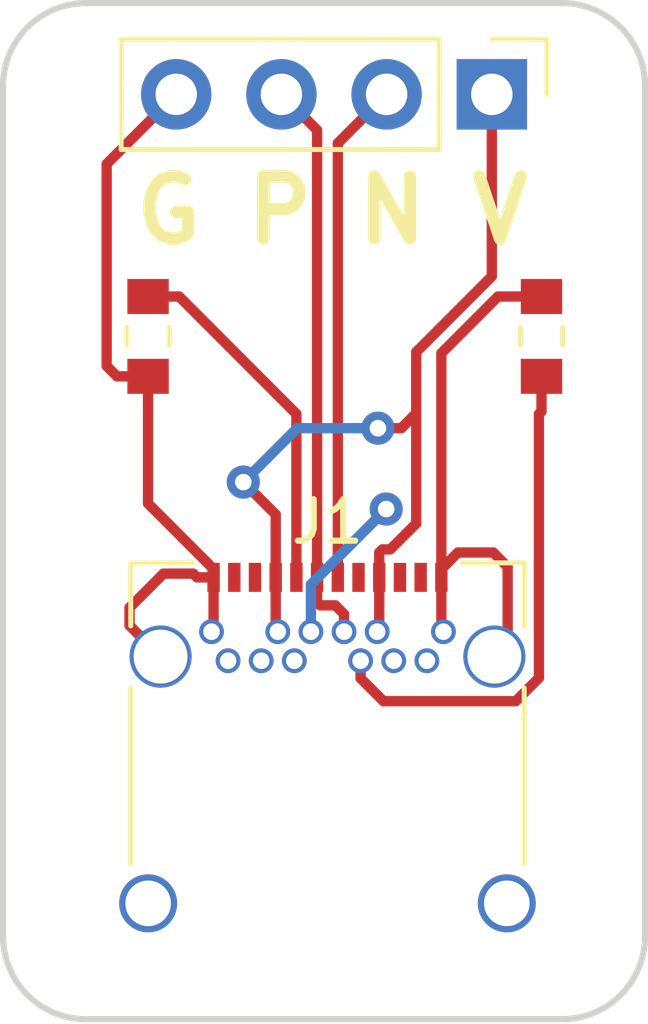
<source format=kicad_pcb>
(kicad_pcb (version 20171130) (host pcbnew 5.0-dev-unknown-3a73e77~62~ubuntu17.10.1)

  (general
    (thickness 1.6)
    (drawings 12)
    (tracks 75)
    (zones 0)
    (modules 4)
    (nets 17)
  )

  (page A4)
  (layers
    (0 F.Cu signal)
    (31 B.Cu signal)
    (32 B.Adhes user)
    (33 F.Adhes user)
    (34 B.Paste user)
    (35 F.Paste user)
    (36 B.SilkS user)
    (37 F.SilkS user)
    (38 B.Mask user)
    (39 F.Mask user)
    (40 Dwgs.User user)
    (41 Cmts.User user)
    (42 Eco1.User user)
    (43 Eco2.User user)
    (44 Edge.Cuts user)
    (45 Margin user)
    (46 B.CrtYd user)
    (47 F.CrtYd user)
    (48 B.Fab user)
    (49 F.Fab user)
  )

  (setup
    (last_trace_width 0.25)
    (trace_clearance 0.2)
    (zone_clearance 0.508)
    (zone_45_only no)
    (trace_min 0.2)
    (segment_width 0.2)
    (edge_width 0.15)
    (via_size 0.8)
    (via_drill 0.4)
    (via_min_size 0.4)
    (via_min_drill 0.3)
    (uvia_size 0.3)
    (uvia_drill 0.1)
    (uvias_allowed no)
    (uvia_min_size 0.2)
    (uvia_min_drill 0.1)
    (pcb_text_width 0.3)
    (pcb_text_size 1.5 1.5)
    (mod_edge_width 0.15)
    (mod_text_size 1 1)
    (mod_text_width 0.15)
    (pad_size 1.524 1.524)
    (pad_drill 0.762)
    (pad_to_mask_clearance 0.2)
    (aux_axis_origin 0 0)
    (visible_elements FFFFFF7F)
    (pcbplotparams
      (layerselection 0x010fc_ffffffff)
      (usegerberextensions true)
      (usegerberattributes false)
      (usegerberadvancedattributes false)
      (creategerberjobfile false)
      (excludeedgelayer true)
      (linewidth 0.100000)
      (plotframeref false)
      (viasonmask false)
      (mode 1)
      (useauxorigin false)
      (hpglpennumber 1)
      (hpglpenspeed 20)
      (hpglpendiameter 15)
      (psnegative false)
      (psa4output false)
      (plotreference true)
      (plotvalue true)
      (plotinvisibletext false)
      (padsonsilk false)
      (subtractmaskfromsilk false)
      (outputformat 1)
      (mirror false)
      (drillshape 0)
      (scaleselection 1)
      (outputdirectory gerber/))
  )

  (net 0 "")
  (net 1 GND)
  (net 2 "Net-(J1-PadA2)")
  (net 3 "Net-(J1-PadA3)")
  (net 4 VCC)
  (net 5 "Net-(J1-PadA5)")
  (net 6 "Net-(J1-PadA6)")
  (net 7 "Net-(J1-PadA7)")
  (net 8 "Net-(J1-PadA10)")
  (net 9 "Net-(J1-PadA8)")
  (net 10 "Net-(J1-PadA11)")
  (net 11 "Net-(J1-PadB2)")
  (net 12 "Net-(J1-PadB3)")
  (net 13 "Net-(J1-PadB5)")
  (net 14 "Net-(J1-PadB8)")
  (net 15 "Net-(J1-PadB10)")
  (net 16 "Net-(J1-PadB11)")

  (net_class Default "This is the default net class."
    (clearance 0.2)
    (trace_width 0.25)
    (via_dia 0.8)
    (via_drill 0.4)
    (uvia_dia 0.3)
    (uvia_drill 0.1)
    (add_net GND)
    (add_net "Net-(J1-PadA10)")
    (add_net "Net-(J1-PadA11)")
    (add_net "Net-(J1-PadA2)")
    (add_net "Net-(J1-PadA3)")
    (add_net "Net-(J1-PadA5)")
    (add_net "Net-(J1-PadA6)")
    (add_net "Net-(J1-PadA7)")
    (add_net "Net-(J1-PadA8)")
    (add_net "Net-(J1-PadB10)")
    (add_net "Net-(J1-PadB11)")
    (add_net "Net-(J1-PadB2)")
    (add_net "Net-(J1-PadB3)")
    (add_net "Net-(J1-PadB5)")
    (add_net "Net-(J1-PadB8)")
    (add_net VCC)
  )

  (module lib_fp:USB_C_Receptacle_CUI_UJ31-CH-31-SMT-TR_CircularHoles (layer F.Cu) (tedit 5A964850) (tstamp 5AA221F7)
    (at 139.332143 95.3675)
    (descr "USB TYPE C, Hybrid, https://octopart.com/uj31-ch-31-smt-tr-cui-88201804")
    (tags "USB C Type-C Receptacle Hybrid Female")
    (path /5A964269)
    (attr smd)
    (fp_text reference J1 (at 0 -6.36) (layer F.SilkS)
      (effects (font (size 1 1) (thickness 0.15)))
    )
    (fp_text value USB_C_Receptacle (at -6.332143 -1.8675 90) (layer F.Fab) hide
      (effects (font (size 1 1) (thickness 0.15)))
    )
    (fp_text user %R (at 0 0) (layer F.Fab) hide
      (effects (font (size 1 1) (thickness 0.1)))
    )
    (fp_line (start -5.69 5.73) (end -5.69 -5.87) (layer F.CrtYd) (width 0.05))
    (fp_line (start 5.69 5.73) (end -5.69 5.73) (layer F.CrtYd) (width 0.05))
    (fp_line (start 5.69 -5.87) (end 5.69 5.73) (layer F.CrtYd) (width 0.05))
    (fp_line (start -5.69 -5.87) (end 5.69 -5.87) (layer F.CrtYd) (width 0.05))
    (fp_line (start 4.6 5.23) (end 4.6 -5.22) (layer F.Fab) (width 0.1))
    (fp_line (start -4.6 5.23) (end 4.6 5.23) (layer F.Fab) (width 0.1))
    (fp_line (start 3.25 -5.37) (end 4.75 -5.37) (layer F.SilkS) (width 0.12))
    (fp_line (start 4.75 -5.37) (end 4.75 -3.85) (layer F.SilkS) (width 0.12))
    (fp_line (start -4.75 -2.35) (end -4.75 1.89) (layer F.SilkS) (width 0.12))
    (fp_line (start -4.75 -5.37) (end -3.25 -5.37) (layer F.SilkS) (width 0.12))
    (fp_line (start -4.6 -5.22) (end 4.6 -5.22) (layer F.Fab) (width 0.1))
    (fp_line (start -4.6 5.23) (end -4.6 -5.22) (layer F.Fab) (width 0.1))
    (fp_line (start 4.75 -2.35) (end 4.75 1.89) (layer F.SilkS) (width 0.12))
    (fp_line (start -4.75 -5.37) (end -4.75 -3.85) (layer F.SilkS) (width 0.12))
    (pad S1 thru_hole circle (at -4.03 -3.11) (size 1.5 1.5) (drill 1.3) (layers *.Cu *.Mask)
      (net 1 GND))
    (pad A1 smd rect (at -2.75 -5.02) (size 0.3 0.7) (layers F.Cu F.Paste F.Mask)
      (net 1 GND))
    (pad A2 smd rect (at -2.25 -5.02) (size 0.3 0.7) (layers F.Cu F.Paste F.Mask)
      (net 2 "Net-(J1-PadA2)"))
    (pad A3 smd rect (at -1.75 -5.02) (size 0.3 0.7) (layers F.Cu F.Paste F.Mask)
      (net 3 "Net-(J1-PadA3)"))
    (pad A4 smd rect (at -1.25 -5.02) (size 0.3 0.7) (layers F.Cu F.Paste F.Mask)
      (net 4 VCC))
    (pad A5 smd rect (at -0.75 -5.02) (size 0.3 0.7) (layers F.Cu F.Paste F.Mask)
      (net 5 "Net-(J1-PadA5)"))
    (pad A6 smd rect (at -0.25 -5.02) (size 0.3 0.7) (layers F.Cu F.Paste F.Mask)
      (net 6 "Net-(J1-PadA6)"))
    (pad A7 smd rect (at 0.25 -5.02) (size 0.3 0.7) (layers F.Cu F.Paste F.Mask)
      (net 7 "Net-(J1-PadA7)"))
    (pad A12 smd rect (at 2.75 -5.02) (size 0.3 0.7) (layers F.Cu F.Paste F.Mask)
      (net 1 GND))
    (pad A10 smd rect (at 1.75 -5.02) (size 0.3 0.7) (layers F.Cu F.Paste F.Mask)
      (net 8 "Net-(J1-PadA10)"))
    (pad A9 smd rect (at 1.25 -5.02) (size 0.3 0.7) (layers F.Cu F.Paste F.Mask)
      (net 4 VCC))
    (pad A8 smd rect (at 0.75 -5.02) (size 0.3 0.7) (layers F.Cu F.Paste F.Mask)
      (net 9 "Net-(J1-PadA8)"))
    (pad A11 smd rect (at 2.25 -5.02) (size 0.3 0.7) (layers F.Cu F.Paste F.Mask)
      (net 10 "Net-(J1-PadA11)"))
    (pad S1 thru_hole circle (at 4.03 -3.11) (size 1.5 1.5) (drill 1.3) (layers *.Cu *.Mask)
      (net 1 GND))
    (pad S1 thru_hole circle (at 4.33 2.84) (size 1.4 1.4) (drill 1.1) (layers *.Cu *.Mask)
      (net 1 GND))
    (pad S1 thru_hole circle (at -4.33 2.84) (size 1.4 1.4) (drill 1.1) (layers *.Cu *.Mask)
      (net 1 GND))
    (pad "" np_thru_hole circle (at 3.6 -4.36) (size 0.85 0.85) (drill 0.85) (layers *.Cu *.Mask))
    (pad "" np_thru_hole circle (at -3.6 -4.36) (size 0.85 0.85) (drill 0.85) (layers *.Cu *.Mask))
    (pad B1 thru_hole circle (at 2.8 -3.71) (size 0.6 0.6) (drill 0.4) (layers *.Cu *.Mask)
      (net 1 GND))
    (pad B4 thru_hole circle (at 1.2 -3.71) (size 0.6 0.6) (drill 0.4) (layers *.Cu *.Mask)
      (net 4 VCC))
    (pad B6 thru_hole circle (at 0.4 -3.71) (size 0.6 0.6) (drill 0.4) (layers *.Cu *.Mask)
      (net 6 "Net-(J1-PadA6)"))
    (pad B7 thru_hole circle (at -0.4 -3.71) (size 0.6 0.6) (drill 0.4) (layers *.Cu *.Mask)
      (net 7 "Net-(J1-PadA7)"))
    (pad B9 thru_hole circle (at -1.2 -3.71) (size 0.6 0.6) (drill 0.4) (layers *.Cu *.Mask)
      (net 4 VCC))
    (pad B12 thru_hole circle (at -2.8 -3.71) (size 0.6 0.6) (drill 0.4) (layers *.Cu *.Mask)
      (net 1 GND))
    (pad B2 thru_hole circle (at 2.4 -3.01) (size 0.6 0.6) (drill 0.4) (layers *.Cu *.Mask)
      (net 11 "Net-(J1-PadB2)"))
    (pad B3 thru_hole circle (at 1.6 -3.01) (size 0.6 0.6) (drill 0.4) (layers *.Cu *.Mask)
      (net 12 "Net-(J1-PadB3)"))
    (pad B5 thru_hole circle (at 0.8 -3.01) (size 0.6 0.6) (drill 0.4) (layers *.Cu *.Mask)
      (net 13 "Net-(J1-PadB5)"))
    (pad B8 thru_hole circle (at -0.8 -3.01) (size 0.6 0.6) (drill 0.4) (layers *.Cu *.Mask)
      (net 14 "Net-(J1-PadB8)"))
    (pad B10 thru_hole circle (at -1.6 -3.01) (size 0.6 0.6) (drill 0.4) (layers *.Cu *.Mask)
      (net 15 "Net-(J1-PadB10)"))
    (pad B11 thru_hole circle (at -2.4 -3.01) (size 0.6 0.6) (drill 0.4) (layers *.Cu *.Mask)
      (net 16 "Net-(J1-PadB11)"))
    (model ${KIPRJMOD}/3d/CUI_UJ31-CH-31-SMT-TR.step
      (offset (xyz 0 0.95 1.5))
      (scale (xyz 1 1 1))
      (rotate (xyz 0 0 90))
    )
  )

  (module Connector_PinHeader_2.54mm:PinHeader_1x04_P2.54mm_Vertical (layer F.Cu) (tedit 5A96484A) (tstamp 5AA2220F)
    (at 143.3 78.7 270)
    (descr "Through hole straight pin header, 1x04, 2.54mm pitch, single row")
    (tags "Through hole pin header THT 1x04 2.54mm single row")
    (path /5A9645C7)
    (fp_text reference J2 (at 0 -2.33 270) (layer F.SilkS) hide
      (effects (font (size 1 1) (thickness 0.15)))
    )
    (fp_text value Conn_01x04 (at 2.75 3.62 180) (layer F.Fab) hide
      (effects (font (size 1 1) (thickness 0.15)))
    )
    (fp_line (start -0.635 -1.27) (end 1.27 -1.27) (layer F.Fab) (width 0.1))
    (fp_line (start 1.27 -1.27) (end 1.27 8.89) (layer F.Fab) (width 0.1))
    (fp_line (start 1.27 8.89) (end -1.27 8.89) (layer F.Fab) (width 0.1))
    (fp_line (start -1.27 8.89) (end -1.27 -0.635) (layer F.Fab) (width 0.1))
    (fp_line (start -1.27 -0.635) (end -0.635 -1.27) (layer F.Fab) (width 0.1))
    (fp_line (start -1.33 8.95) (end 1.33 8.95) (layer F.SilkS) (width 0.12))
    (fp_line (start -1.33 1.27) (end -1.33 8.95) (layer F.SilkS) (width 0.12))
    (fp_line (start 1.33 1.27) (end 1.33 8.95) (layer F.SilkS) (width 0.12))
    (fp_line (start -1.33 1.27) (end 1.33 1.27) (layer F.SilkS) (width 0.12))
    (fp_line (start -1.33 0) (end -1.33 -1.33) (layer F.SilkS) (width 0.12))
    (fp_line (start -1.33 -1.33) (end 0 -1.33) (layer F.SilkS) (width 0.12))
    (fp_line (start -1.8 -1.8) (end -1.8 9.4) (layer F.CrtYd) (width 0.05))
    (fp_line (start -1.8 9.4) (end 1.8 9.4) (layer F.CrtYd) (width 0.05))
    (fp_line (start 1.8 9.4) (end 1.8 -1.8) (layer F.CrtYd) (width 0.05))
    (fp_line (start 1.8 -1.8) (end -1.8 -1.8) (layer F.CrtYd) (width 0.05))
    (fp_text user %R (at 0 3.81) (layer F.Fab)
      (effects (font (size 1 1) (thickness 0.15)))
    )
    (pad 1 thru_hole rect (at 0 0 270) (size 1.7 1.7) (drill 1) (layers *.Cu *.Mask)
      (net 4 VCC))
    (pad 2 thru_hole oval (at 0 2.54 270) (size 1.7 1.7) (drill 1) (layers *.Cu *.Mask)
      (net 7 "Net-(J1-PadA7)"))
    (pad 3 thru_hole oval (at 0 5.08 270) (size 1.7 1.7) (drill 1) (layers *.Cu *.Mask)
      (net 6 "Net-(J1-PadA6)"))
    (pad 4 thru_hole oval (at 0 7.62 270) (size 1.7 1.7) (drill 1) (layers *.Cu *.Mask)
      (net 1 GND))
    (model ${KISYS3DMOD}/Connector_PinHeader_2.54mm.3dshapes/PinHeader_1x04_P2.54mm_Vertical.wrl
      (at (xyz 0 0 0))
      (scale (xyz 1 1 1))
      (rotate (xyz 0 0 0))
    )
  )

  (module Resistor_SMD:R_0603_1608Metric_Pad0.84x1.00mm_HandSolder (layer F.Cu) (tedit 5A96483D) (tstamp 5AA22220)
    (at 144.5 84.5375 90)
    (descr "Resistor SMD 0603 (1608 Metric), square (rectangular) end terminal, IPC_7351 nominal with elongated pad for handsoldering. (Body size source: http://www.tortai-tech.com/upload/download/2011102023233369053.pdf), generated with kicad-footprint-generator")
    (tags "resistor handsolder")
    (path /5A964862)
    (attr smd)
    (fp_text reference R1 (at 0 -1.65 90) (layer F.SilkS) hide
      (effects (font (size 1 1) (thickness 0.15)))
    )
    (fp_text value 5K1 (at 0 -1.5 270) (layer F.Fab)
      (effects (font (size 1 1) (thickness 0.15)))
    )
    (fp_line (start -0.8 0.4) (end -0.8 -0.4) (layer F.Fab) (width 0.1))
    (fp_line (start -0.8 -0.4) (end 0.8 -0.4) (layer F.Fab) (width 0.1))
    (fp_line (start 0.8 -0.4) (end 0.8 0.4) (layer F.Fab) (width 0.1))
    (fp_line (start 0.8 0.4) (end -0.8 0.4) (layer F.Fab) (width 0.1))
    (fp_line (start -0.22 -0.51) (end 0.22 -0.51) (layer F.SilkS) (width 0.12))
    (fp_line (start -0.22 0.51) (end 0.22 0.51) (layer F.SilkS) (width 0.12))
    (fp_line (start -1.64 0.75) (end -1.64 -0.75) (layer F.CrtYd) (width 0.05))
    (fp_line (start -1.64 -0.75) (end 1.64 -0.75) (layer F.CrtYd) (width 0.05))
    (fp_line (start 1.64 -0.75) (end 1.64 0.75) (layer F.CrtYd) (width 0.05))
    (fp_line (start 1.64 0.75) (end -1.64 0.75) (layer F.CrtYd) (width 0.05))
    (fp_text user %R (at 0 0 90) (layer F.Fab)
      (effects (font (size 0.5 0.5) (thickness 0.08)))
    )
    (pad 1 smd rect (at -0.9625 0 90) (size 0.845 1) (layers F.Cu F.Paste F.Mask)
      (net 13 "Net-(J1-PadB5)"))
    (pad 2 smd rect (at 0.9625 0 90) (size 0.845 1) (layers F.Cu F.Paste F.Mask)
      (net 1 GND))
    (model ${KISYS3DMOD}/Resistor_SMD.3dshapes/R_0603_1608Metric.wrl
      (at (xyz 0 0 0))
      (scale (xyz 1 1 1))
      (rotate (xyz 0 0 0))
    )
  )

  (module Resistor_SMD:R_0603_1608Metric_Pad0.84x1.00mm_HandSolder (layer F.Cu) (tedit 5A964881) (tstamp 5AA22231)
    (at 135 84.5375 270)
    (descr "Resistor SMD 0603 (1608 Metric), square (rectangular) end terminal, IPC_7351 nominal with elongated pad for handsoldering. (Body size source: http://www.tortai-tech.com/upload/download/2011102023233369053.pdf), generated with kicad-footprint-generator")
    (tags "resistor handsolder")
    (path /5A9648A9)
    (attr smd)
    (fp_text reference R2 (at 0 -1.65 270) (layer F.SilkS) hide
      (effects (font (size 1 1) (thickness 0.15)))
    )
    (fp_text value 5K1 (at -0.0375 -1.5 270 unlocked) (layer F.Fab)
      (effects (font (size 1 1) (thickness 0.15)))
    )
    (fp_text user %R (at 0 0.25 270) (layer F.Fab)
      (effects (font (size 0.5 0.5) (thickness 0.08)))
    )
    (fp_line (start 1.64 0.75) (end -1.64 0.75) (layer F.CrtYd) (width 0.05))
    (fp_line (start 1.64 -0.75) (end 1.64 0.75) (layer F.CrtYd) (width 0.05))
    (fp_line (start -1.64 -0.75) (end 1.64 -0.75) (layer F.CrtYd) (width 0.05))
    (fp_line (start -1.64 0.75) (end -1.64 -0.75) (layer F.CrtYd) (width 0.05))
    (fp_line (start -0.22 0.51) (end 0.22 0.51) (layer F.SilkS) (width 0.12))
    (fp_line (start -0.22 -0.51) (end 0.22 -0.51) (layer F.SilkS) (width 0.12))
    (fp_line (start 0.8 0.4) (end -0.8 0.4) (layer F.Fab) (width 0.1))
    (fp_line (start 0.8 -0.4) (end 0.8 0.4) (layer F.Fab) (width 0.1))
    (fp_line (start -0.8 -0.4) (end 0.8 -0.4) (layer F.Fab) (width 0.1))
    (fp_line (start -0.8 0.4) (end -0.8 -0.4) (layer F.Fab) (width 0.1))
    (pad 2 smd rect (at 0.9625 0 270) (size 0.845 1) (layers F.Cu F.Paste F.Mask)
      (net 1 GND))
    (pad 1 smd rect (at -0.9625 0 270) (size 0.845 1) (layers F.Cu F.Paste F.Mask)
      (net 5 "Net-(J1-PadA5)"))
    (model ${KISYS3DMOD}/Resistor_SMD.3dshapes/R_0603_1608Metric.wrl
      (at (xyz 0 0 0))
      (scale (xyz 1 1 1))
      (rotate (xyz 0 0 0))
    )
  )

  (gr_text V (at 143.5 81.5) (layer F.SilkS)
    (effects (font (size 1.5 1.5) (thickness 0.3)))
  )
  (gr_text N (at 140.892856 81.5) (layer F.SilkS)
    (effects (font (size 1.5 1.5) (thickness 0.3)))
  )
  (gr_text P (at 138.178571 81.5) (layer F.SilkS)
    (effects (font (size 1.5 1.5) (thickness 0.3)))
  )
  (gr_text G (at 135.5 81.5) (layer F.SilkS)
    (effects (font (size 1.5 1.5) (thickness 0.3)))
  )
  (gr_line (start 147 99) (end 147 78.5) (layer Edge.Cuts) (width 0.15))
  (gr_line (start 131.5 78.5) (end 131.5 99) (layer Edge.Cuts) (width 0.15))
  (gr_arc (start 133.5 78.5) (end 133.5 76.5) (angle -90) (layer Edge.Cuts) (width 0.15) (tstamp 5AA226D2))
  (gr_line (start 133.5 76.5) (end 145 76.5) (layer Edge.Cuts) (width 0.15) (tstamp 5AA226CC))
  (gr_arc (start 145 78.5) (end 147 78.5) (angle -90) (layer Edge.Cuts) (width 0.15) (tstamp 5AA226C8))
  (gr_line (start 133.5 101) (end 145 101) (layer Edge.Cuts) (width 0.15))
  (gr_arc (start 145 99) (end 145 101) (angle -90) (layer Edge.Cuts) (width 0.15) (tstamp 5AA22690))
  (gr_arc (start 133.5 99) (end 131.5 99) (angle -90) (layer Edge.Cuts) (width 0.15))

  (segment (start 134.25 85.5) (end 134 85.25) (width 0.25) (layer F.Cu) (net 1))
  (segment (start 135 85.5) (end 134.25 85.5) (width 0.25) (layer F.Cu) (net 1))
  (segment (start 134.830001 79.549999) (end 135.68 78.7) (width 0.25) (layer F.Cu) (net 1))
  (segment (start 134 85.25) (end 134 80.38) (width 0.25) (layer F.Cu) (net 1))
  (segment (start 134 80.38) (end 134.830001 79.549999) (width 0.25) (layer F.Cu) (net 1))
  (segment (start 136.582143 90.3475) (end 136.582143 90.1475) (width 0.25) (layer F.Cu) (net 1))
  (segment (start 135 86.1725) (end 135 85.5) (width 0.25) (layer F.Cu) (net 1))
  (segment (start 136.582143 90.1475) (end 135 88.565357) (width 0.25) (layer F.Cu) (net 1))
  (segment (start 135 88.565357) (end 135 86.1725) (width 0.25) (layer F.Cu) (net 1))
  (segment (start 142.082143 90.3475) (end 142.082143 91.6075) (width 0.25) (layer F.Cu) (net 1))
  (segment (start 142.082143 91.6075) (end 142.132143 91.6575) (width 0.25) (layer F.Cu) (net 1))
  (segment (start 136.582143 90.3475) (end 136.582143 91.6075) (width 0.25) (layer F.Cu) (net 1))
  (segment (start 136.582143 91.6075) (end 136.532143 91.6575) (width 0.25) (layer F.Cu) (net 1))
  (segment (start 135.302143 92.2575) (end 134.552144 91.507501) (width 0.25) (layer F.Cu) (net 1))
  (segment (start 134.552144 91.077497) (end 135.372142 90.257499) (width 0.25) (layer F.Cu) (net 1))
  (segment (start 134.552144 91.507501) (end 134.552144 91.077497) (width 0.25) (layer F.Cu) (net 1))
  (segment (start 135.372142 90.257499) (end 136.092142 90.257499) (width 0.25) (layer F.Cu) (net 1))
  (segment (start 136.092142 90.257499) (end 136.182143 90.3475) (width 0.25) (layer F.Cu) (net 1))
  (segment (start 136.182143 90.3475) (end 136.582143 90.3475) (width 0.25) (layer F.Cu) (net 1))
  (segment (start 142.082143 90.3475) (end 142.082143 90.1475) (width 0.25) (layer F.Cu) (net 1))
  (segment (start 142.082143 90.1475) (end 142.482143 89.7475) (width 0.25) (layer F.Cu) (net 1))
  (segment (start 142.482143 89.7475) (end 143.334634 89.7475) (width 0.25) (layer F.Cu) (net 1))
  (segment (start 143.334634 89.7475) (end 143.682144 90.09501) (width 0.25) (layer F.Cu) (net 1))
  (segment (start 143.682144 90.09501) (end 143.682144 91.937499) (width 0.25) (layer F.Cu) (net 1))
  (segment (start 143.682144 91.937499) (end 143.362143 92.2575) (width 0.25) (layer F.Cu) (net 1))
  (segment (start 144.2 83.575) (end 143.45 83.575) (width 0.25) (layer F.Cu) (net 1))
  (segment (start 142.082143 89.7475) (end 142.082143 90.3475) (width 0.25) (layer F.Cu) (net 1))
  (segment (start 143.45 83.575) (end 142.082143 84.942857) (width 0.25) (layer F.Cu) (net 1))
  (segment (start 142.082143 84.942857) (end 142.082143 89.7475) (width 0.25) (layer F.Cu) (net 1))
  (segment (start 141.475001 86.25) (end 141.475001 89.048001) (width 0.25) (layer F.Cu) (net 4))
  (segment (start 140.55 86.75) (end 141.115685 86.75) (width 0.25) (layer F.Cu) (net 4))
  (segment (start 141.475001 84.913589) (end 141.475001 86.25) (width 0.25) (layer F.Cu) (net 4))
  (segment (start 141.115685 86.75) (end 141.475001 86.390684) (width 0.25) (layer F.Cu) (net 4))
  (segment (start 141.475001 86.390684) (end 141.475001 86.25) (width 0.25) (layer F.Cu) (net 4))
  (segment (start 138.6 86.75) (end 140.55 86.75) (width 0.25) (layer B.Cu) (net 4))
  (segment (start 137.3 88.05) (end 138.6 86.75) (width 0.25) (layer B.Cu) (net 4))
  (via (at 140.55 86.75) (size 0.8) (drill 0.4) (layers F.Cu B.Cu) (net 4))
  (segment (start 138.082143 88.832143) (end 137.3 88.05) (width 0.25) (layer F.Cu) (net 4))
  (segment (start 138.082143 90.3475) (end 138.082143 88.832143) (width 0.25) (layer F.Cu) (net 4))
  (via (at 137.3 88.05) (size 0.8) (drill 0.4) (layers F.Cu B.Cu) (net 4))
  (segment (start 143.3 78.7) (end 143.3 83.08859) (width 0.25) (layer F.Cu) (net 4))
  (segment (start 143.3 83.08859) (end 141.475001 84.913589) (width 0.25) (layer F.Cu) (net 4))
  (segment (start 140.582143 89.7475) (end 140.582143 90.3475) (width 0.25) (layer F.Cu) (net 4))
  (segment (start 141.475001 89.048001) (end 140.850503 89.672499) (width 0.25) (layer F.Cu) (net 4))
  (segment (start 140.850503 89.672499) (end 140.657144 89.672499) (width 0.25) (layer F.Cu) (net 4))
  (segment (start 140.657144 89.672499) (end 140.582143 89.7475) (width 0.25) (layer F.Cu) (net 4))
  (segment (start 138.082143 90.3475) (end 138.082143 91.6075) (width 0.25) (layer F.Cu) (net 4))
  (segment (start 138.082143 91.6075) (end 138.132143 91.6575) (width 0.25) (layer F.Cu) (net 4))
  (segment (start 140.582143 90.3475) (end 140.582143 91.6075) (width 0.25) (layer F.Cu) (net 4))
  (segment (start 140.582143 91.6075) (end 140.532143 91.6575) (width 0.25) (layer F.Cu) (net 4))
  (segment (start 135 83.575) (end 135.75 83.575) (width 0.25) (layer F.Cu) (net 5))
  (segment (start 135.75 83.575) (end 138.582143 86.407143) (width 0.25) (layer F.Cu) (net 5))
  (segment (start 138.582143 86.407143) (end 138.582143 89.7475) (width 0.25) (layer F.Cu) (net 5))
  (segment (start 138.582143 89.7475) (end 138.582143 90.3475) (width 0.25) (layer F.Cu) (net 5))
  (segment (start 139.732143 91.6575) (end 139.732143 91.233236) (width 0.25) (layer F.Cu) (net 6))
  (segment (start 139.157144 91.022501) (end 139.082143 90.9475) (width 0.25) (layer F.Cu) (net 6))
  (segment (start 139.082143 90.9475) (end 139.082143 90.3475) (width 0.25) (layer F.Cu) (net 6))
  (segment (start 139.732143 91.233236) (end 139.521408 91.022501) (width 0.25) (layer F.Cu) (net 6))
  (segment (start 139.521408 91.022501) (end 139.157144 91.022501) (width 0.25) (layer F.Cu) (net 6))
  (segment (start 139.082143 90.3475) (end 139.082143 79.562143) (width 0.25) (layer F.Cu) (net 6))
  (segment (start 139.082143 79.562143) (end 138.22 78.7) (width 0.25) (layer F.Cu) (net 6))
  (segment (start 140.75 88.7) (end 139.582143 89.867857) (width 0.25) (layer F.Cu) (net 7))
  (segment (start 139.582143 89.867857) (end 139.582143 90.3475) (width 0.25) (layer F.Cu) (net 7))
  (segment (start 138.932143 90.517857) (end 140.75 88.7) (width 0.25) (layer B.Cu) (net 7))
  (segment (start 138.932143 91.6575) (end 138.932143 90.517857) (width 0.25) (layer B.Cu) (net 7))
  (via (at 140.75 88.7) (size 0.8) (drill 0.4) (layers F.Cu B.Cu) (net 7))
  (segment (start 140.76 78.7) (end 139.582143 79.877857) (width 0.25) (layer F.Cu) (net 7))
  (segment (start 139.582143 79.877857) (end 139.582143 90.3475) (width 0.25) (layer F.Cu) (net 7))
  (segment (start 144.437144 86.409644) (end 144.5 86.346788) (width 0.25) (layer F.Cu) (net 13))
  (segment (start 144.5 86.346788) (end 144.5 85.5) (width 0.25) (layer F.Cu) (net 13))
  (segment (start 144.437144 86.409644) (end 144.437144 92.773501) (width 0.25) (layer F.Cu) (net 13))
  (segment (start 140.132143 92.781764) (end 140.132143 92.3575) (width 0.25) (layer F.Cu) (net 13))
  (segment (start 144.437144 92.773501) (end 143.878144 93.332501) (width 0.25) (layer F.Cu) (net 13))
  (segment (start 143.878144 93.332501) (end 140.68288 93.332501) (width 0.25) (layer F.Cu) (net 13))
  (segment (start 140.68288 93.332501) (end 140.132143 92.781764) (width 0.25) (layer F.Cu) (net 13))

)

</source>
